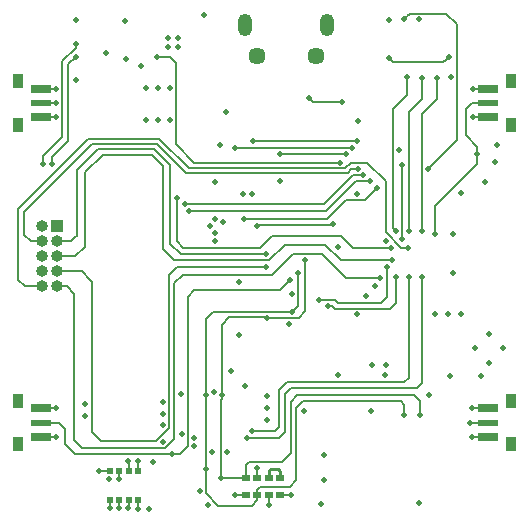
<source format=gbr>
G04 #@! TF.GenerationSoftware,KiCad,Pcbnew,5.0.2+dfsg1-1*
G04 #@! TF.CreationDate,2020-12-10T00:07:48-08:00*
G04 #@! TF.ProjectId,chronopy,6368726f-6e6f-4707-992e-6b696361645f,rev?*
G04 #@! TF.SameCoordinates,Original*
G04 #@! TF.FileFunction,Copper,L1,Top*
G04 #@! TF.FilePolarity,Positive*
%FSLAX46Y46*%
G04 Gerber Fmt 4.6, Leading zero omitted, Abs format (unit mm)*
G04 Created by KiCad (PCBNEW 5.0.2+dfsg1-1) date Thu 10 Dec 2020 12:07:48 AM PST*
%MOMM*%
%LPD*%
G01*
G04 APERTURE LIST*
G04 #@! TA.AperFunction,SMDPad,CuDef*
%ADD10R,1.800000X0.750000*%
G04 #@! TD*
G04 #@! TA.AperFunction,SMDPad,CuDef*
%ADD11R,0.900000X1.300000*%
G04 #@! TD*
G04 #@! TA.AperFunction,SMDPad,CuDef*
%ADD12R,1.800000X0.600000*%
G04 #@! TD*
G04 #@! TA.AperFunction,SMDPad,CuDef*
%ADD13R,0.718820X0.599440*%
G04 #@! TD*
G04 #@! TA.AperFunction,ComponentPad*
%ADD14R,1.000000X1.000000*%
G04 #@! TD*
G04 #@! TA.AperFunction,ComponentPad*
%ADD15O,1.000000X1.000000*%
G04 #@! TD*
G04 #@! TA.AperFunction,SMDPad,CuDef*
%ADD16R,0.500000X0.500000*%
G04 #@! TD*
G04 #@! TA.AperFunction,ComponentPad*
%ADD17C,1.450000*%
G04 #@! TD*
G04 #@! TA.AperFunction,ComponentPad*
%ADD18O,1.200000X1.900000*%
G04 #@! TD*
G04 #@! TA.AperFunction,ViaPad*
%ADD19C,0.508000*%
G04 #@! TD*
G04 #@! TA.AperFunction,Conductor*
%ADD20C,0.152400*%
G04 #@! TD*
G04 #@! TA.AperFunction,Conductor*
%ADD21C,0.254000*%
G04 #@! TD*
G04 APERTURE END LIST*
D10*
G04 #@! TO.P,SW1,1*
G04 #@! TO.N,GND*
X139137354Y-109907319D03*
X139137354Y-112357319D03*
D11*
G04 #@! TO.P,SW1,3*
G04 #@! TO.N,N/C*
X141087354Y-109282319D03*
D12*
G04 #@! TO.P,SW1,2*
G04 #@! TO.N,SW_A*
X139137354Y-111132319D03*
D11*
G04 #@! TO.P,SW1,3*
G04 #@! TO.N,N/C*
X141087354Y-112982319D03*
G04 #@! TD*
G04 #@! TO.P,SW3,3*
G04 #@! TO.N,N/C*
X99363354Y-82231319D03*
D12*
G04 #@! TO.P,SW3,2*
G04 #@! TO.N,SW_C*
X101313354Y-84081319D03*
D11*
G04 #@! TO.P,SW3,3*
G04 #@! TO.N,N/C*
X99363354Y-85931319D03*
D10*
G04 #@! TO.P,SW3,1*
G04 #@! TO.N,GND*
X101313354Y-82856319D03*
X101313354Y-85306319D03*
G04 #@! TD*
G04 #@! TO.P,SW2,1*
G04 #@! TO.N,GND*
X101313354Y-112357319D03*
X101313354Y-109907319D03*
D11*
G04 #@! TO.P,SW2,3*
G04 #@! TO.N,N/C*
X99363354Y-112982319D03*
D12*
G04 #@! TO.P,SW2,2*
G04 #@! TO.N,SW_B*
X101313354Y-111132319D03*
D11*
G04 #@! TO.P,SW2,3*
G04 #@! TO.N,N/C*
X99363354Y-109282319D03*
G04 #@! TD*
G04 #@! TO.P,SW4,3*
G04 #@! TO.N,N/C*
X141087354Y-85931319D03*
D12*
G04 #@! TO.P,SW4,2*
G04 #@! TO.N,SW_D*
X139137354Y-84081319D03*
D11*
G04 #@! TO.P,SW4,3*
G04 #@! TO.N,N/C*
X141087354Y-82231319D03*
D10*
G04 #@! TO.P,SW4,1*
G04 #@! TO.N,GND*
X139137354Y-85306319D03*
X139137354Y-82856319D03*
G04 #@! TD*
D13*
G04 #@! TO.P,U7,8*
G04 #@! TO.N,Net-(C13-Pad1)*
X118645920Y-117258700D03*
G04 #@! TO.P,U7,7*
G04 #@! TO.N,IIC_SCL*
X119616200Y-117258700D03*
G04 #@! TO.P,U7,6*
G04 #@! TO.N,GND*
X120581400Y-117258700D03*
G04 #@! TO.P,U7,5*
G04 #@! TO.N,+3V0*
X121551680Y-117258700D03*
G04 #@! TO.P,U7,4*
G04 #@! TO.N,Net-(U7-Pad3)*
X121551680Y-115861700D03*
G04 #@! TO.P,U7,3*
X120581400Y-115861700D03*
G04 #@! TO.P,U7,2*
G04 #@! TO.N,GES_INT*
X119616200Y-115861700D03*
G04 #@! TO.P,U7,1*
G04 #@! TO.N,IIC_SDA*
X118645920Y-115861700D03*
G04 #@! TD*
D14*
G04 #@! TO.P,J6,1*
G04 #@! TO.N,+3V0*
X102636553Y-94528720D03*
D15*
G04 #@! TO.P,J6,2*
G04 #@! TO.N,GND*
X101366553Y-94528720D03*
G04 #@! TO.P,J6,3*
G04 #@! TO.N,GPIO0_7*
X102636553Y-95798720D03*
G04 #@! TO.P,J6,4*
G04 #@! TO.N,GPIO0_15*
X101366553Y-95798720D03*
G04 #@! TO.P,J6,5*
G04 #@! TO.N,GPIO0_6*
X102636553Y-97068720D03*
G04 #@! TO.P,J6,6*
G04 #@! TO.N,GPIO0_19*
X101366553Y-97068720D03*
G04 #@! TO.P,J6,7*
G04 #@! TO.N,GPIO0_5*
X102636553Y-98338720D03*
G04 #@! TO.P,J6,8*
G04 #@! TO.N,GPIO0_21*
X101366553Y-98338720D03*
G04 #@! TO.P,J6,9*
G04 #@! TO.N,GPIO0_4*
X102636553Y-99608720D03*
G04 #@! TO.P,J6,10*
G04 #@! TO.N,GPIO0_24*
X101366553Y-99608720D03*
G04 #@! TD*
D16*
G04 #@! TO.P,U6,1*
G04 #@! TO.N,GND*
X107130435Y-115265873D03*
G04 #@! TO.P,U6,2*
G04 #@! TO.N,Net-(R15-Pad1)*
X107930435Y-115265873D03*
G04 #@! TO.P,U6,3*
G04 #@! TO.N,IIC_SDA*
X108730435Y-115265873D03*
G04 #@! TO.P,U6,4*
G04 #@! TO.N,IIC_SCL*
X109530435Y-115265873D03*
G04 #@! TO.P,U6,5*
G04 #@! TO.N,Net-(R16-Pad1)*
X109550435Y-117665873D03*
G04 #@! TO.P,U6,6*
G04 #@! TO.N,+3V0*
X108730435Y-117665873D03*
G04 #@! TO.P,U6,7*
G04 #@! TO.N,GND*
X107930435Y-117665873D03*
G04 #@! TO.P,U6,8*
G04 #@! TO.N,+3V0*
X107130435Y-117665873D03*
G04 #@! TD*
D17*
G04 #@! TO.P,J1,6*
G04 #@! TO.N,GND*
X119575000Y-80137500D03*
X124575000Y-80137500D03*
D18*
X118575000Y-77437500D03*
X125575000Y-77437500D03*
G04 #@! TD*
D19*
G04 #@! TO.N,+BATT*
X126825000Y-84000000D03*
X124025000Y-83675000D03*
G04 #@! TO.N,CHGSTAT*
X111132154Y-80196754D03*
X126642354Y-89126319D03*
G04 #@! TO.N,GND*
X129334994Y-106230000D03*
X130535000Y-106250000D03*
X115089035Y-76613273D03*
X138025000Y-104820000D03*
X140475000Y-104830000D03*
X139245000Y-103600000D03*
X139245000Y-106057400D03*
X110459035Y-118493673D03*
X117075000Y-113640000D03*
X115787600Y-113640000D03*
X114305000Y-113080000D03*
X114295000Y-112440000D03*
X111655000Y-109380000D03*
X111655000Y-110370000D03*
X111655000Y-111370000D03*
X111635000Y-112800000D03*
X124985000Y-118000000D03*
X125288400Y-116031400D03*
X125288400Y-113881400D03*
X106229035Y-115253673D03*
X136836954Y-91700000D03*
X136195000Y-95200000D03*
X136205000Y-98500000D03*
X136836954Y-101930000D03*
X135745000Y-101940000D03*
X134655000Y-101940000D03*
X129625000Y-99590000D03*
X130525000Y-95750000D03*
X128045000Y-91769800D03*
X116995000Y-84820000D03*
X112898800Y-79313400D03*
X112038800Y-79323400D03*
X112898800Y-78543400D03*
X112028800Y-78553400D03*
X112215000Y-85500000D03*
X111205000Y-85520000D03*
X110235000Y-85520000D03*
X118600000Y-108000000D03*
X128124998Y-85599998D03*
X118452354Y-91786319D03*
X116032354Y-95786319D03*
X116032354Y-90796319D03*
X119182354Y-91776319D03*
X115622354Y-94486319D03*
X116032354Y-95086319D03*
X118089964Y-99256319D03*
X118089964Y-103746319D03*
X122552352Y-100226319D03*
X107935354Y-118406319D03*
X120592354Y-118136319D03*
X133282354Y-117966319D03*
X135942354Y-107216319D03*
X131622354Y-88076319D03*
X128055000Y-101978929D03*
X105042354Y-110615319D03*
X116455000Y-87633709D03*
X114789744Y-116887477D03*
X106814154Y-79839519D03*
X108515954Y-80372919D03*
X104274154Y-82125519D03*
X104243380Y-77020129D03*
X102597754Y-109913119D03*
X102597754Y-112376919D03*
X102597754Y-85300519D03*
X102597754Y-82862119D03*
X137802154Y-109913119D03*
X137802154Y-112351519D03*
X133306354Y-76994719D03*
X137903764Y-82862119D03*
X137903764Y-85300519D03*
X139757954Y-89059719D03*
X108414344Y-77121719D03*
G04 #@! TO.N,SW_B*
X112425000Y-113810000D03*
X122422354Y-99066319D03*
G04 #@! TO.N,SW_A*
X137624354Y-111132319D03*
G04 #@! TO.N,+3V0*
X108719035Y-118393674D03*
X107119035Y-118403673D03*
X122505000Y-117240000D03*
X120462354Y-110876319D03*
X120462354Y-109876319D03*
X120472354Y-108876319D03*
X117432354Y-106776319D03*
X115982354Y-108546319D03*
X113272354Y-112066319D03*
X122322354Y-102776319D03*
X128832354Y-100426319D03*
X116032354Y-93886319D03*
X116712354Y-94186319D03*
X110242354Y-82786319D03*
X111242354Y-82786319D03*
X112242354Y-82786319D03*
X136072354Y-81916319D03*
X105042354Y-109605319D03*
X126422354Y-107066319D03*
X134182354Y-108816319D03*
X107035354Y-115926319D03*
X115472354Y-118156319D03*
X138602354Y-107216319D03*
X126452354Y-96286319D03*
X113202354Y-108746319D03*
X110780625Y-114501390D03*
X121546154Y-90710719D03*
X109811354Y-80931719D03*
X129216954Y-110192519D03*
X123603554Y-110192519D03*
X130461554Y-107093719D03*
X139910354Y-87637319D03*
X130766354Y-77045523D03*
X138894354Y-90736119D03*
G04 #@! TO.N,LCD_DC*
X130970000Y-96316400D03*
X112822354Y-92096319D03*
G04 #@! TO.N,LCD_CLK*
X126042400Y-94360600D03*
X119572354Y-94466741D03*
G04 #@! TO.N,LCD_MOSI*
X113469951Y-92654556D03*
X128592354Y-90186317D03*
G04 #@! TO.N,LCD_RST*
X113812331Y-93256319D03*
X129152354Y-90706319D03*
G04 #@! TO.N,LCD_CS*
X129725400Y-91287200D03*
X118542354Y-93916319D03*
G04 #@! TO.N,QSPI_CLK*
X133545000Y-81920000D03*
X132445000Y-94920000D03*
G04 #@! TO.N,QSPI_DIO0*
X132275000Y-81910000D03*
X131355000Y-94930000D03*
G04 #@! TO.N,~RESET*
X134125000Y-89680000D03*
X132061753Y-76994718D03*
G04 #@! TO.N,QSPI_DIO3*
X134815000Y-81920000D03*
X133555000Y-94920000D03*
G04 #@! TO.N,SWDIO*
X130766354Y-80271319D03*
X135846354Y-80144323D03*
G04 #@! TO.N,ACC_INT*
X132445000Y-98790000D03*
X119175000Y-111860000D03*
G04 #@! TO.N,GES_INT*
X119605000Y-115000000D03*
G04 #@! TO.N,ACC_AG_NT*
X118735000Y-112470000D03*
X133555000Y-98790000D03*
G04 #@! TO.N,IIC_SCL*
X132075000Y-110470000D03*
X115285000Y-108820000D03*
X122582344Y-101756319D03*
X123092354Y-98496319D03*
X115272354Y-115086319D03*
X104243398Y-80169719D03*
X102216754Y-89262919D03*
X109531954Y-114408919D03*
G04 #@! TO.N,IIC_SDA*
X116546700Y-115861700D03*
X133365000Y-110480000D03*
X116645000Y-108780000D03*
X120482356Y-102248919D03*
X123712354Y-97376319D03*
X104248457Y-79102919D03*
X101505554Y-89262919D03*
X108719154Y-114408919D03*
G04 #@! TO.N,Net-(C13-Pad1)*
X117745000Y-117260000D03*
G04 #@! TO.N,Net-(R16-Pad1)*
X109569035Y-118493673D03*
G04 #@! TO.N,Net-(R15-Pad1)*
X107929035Y-115923673D03*
G04 #@! TO.N,SW_C*
X127100000Y-88425000D03*
X121546154Y-88425000D03*
X102597754Y-84081319D03*
G04 #@! TO.N,SW_D*
X134703354Y-95130319D03*
X138259354Y-88399319D03*
G04 #@! TO.N,BATVSENSE*
X131900000Y-95575000D03*
X131882354Y-89286319D03*
G04 #@! TO.N,TS_INT*
X131352354Y-98796319D03*
X125602354Y-101246319D03*
G04 #@! TO.N,TS_RST*
X130592354Y-97946319D03*
X124892354Y-100756319D03*
G04 #@! TO.N,GPIO0_4*
X130002354Y-98886319D03*
G04 #@! TO.N,GPIO0_15*
X128124957Y-89703716D03*
G04 #@! TO.N,GPIO0_5*
X120334954Y-97966319D03*
G04 #@! TO.N,GPIO0_19*
X128082354Y-87316319D03*
X119262354Y-87316317D03*
G04 #@! TO.N,GPIO0_6*
X131002354Y-97396319D03*
G04 #@! TO.N,GPIO0_21*
X127622354Y-87906319D03*
X117742354Y-87916319D03*
G04 #@! TO.N,GPIO0_7*
X120334954Y-96866319D03*
G04 #@! TO.N,GPIO0_24*
X132382600Y-96316319D03*
G04 #@! TD*
D20*
G04 #@! TO.N,+BATT*
X126825000Y-84000000D02*
X124350000Y-84000000D01*
X124350000Y-84000000D02*
X124025000Y-83675000D01*
G04 #@! TO.N,CHGSTAT*
X114272354Y-89126319D02*
X126642354Y-89126319D01*
X111132154Y-80196754D02*
X112276789Y-80196754D01*
X112276789Y-80196754D02*
X112732354Y-80652319D01*
X112732354Y-80652319D02*
X112732354Y-87586319D01*
X112732354Y-87586319D02*
X114272354Y-89126319D01*
G04 #@! TO.N,GND*
X106241235Y-115265873D02*
X106229035Y-115253673D01*
X107130435Y-115265873D02*
X106241235Y-115265873D01*
X107930435Y-117665873D02*
X107930435Y-118401400D01*
X107930435Y-118401400D02*
X107935354Y-118406319D01*
X120581400Y-117258700D02*
X120581400Y-118125365D01*
X120581400Y-118125365D02*
X120592354Y-118136319D01*
X133290073Y-117958600D02*
X133282354Y-117966319D01*
X101313354Y-109907319D02*
X102591954Y-109907319D01*
X102591954Y-109907319D02*
X102597754Y-109913119D01*
X101313354Y-112357319D02*
X102578154Y-112357319D01*
X102578154Y-112357319D02*
X102597754Y-112376919D01*
X101313354Y-85306319D02*
X102591954Y-85306319D01*
X102591954Y-85306319D02*
X102597754Y-85300519D01*
X101313354Y-82856319D02*
X102591954Y-82856319D01*
X102591954Y-82856319D02*
X102597754Y-82862119D01*
X139137354Y-109907319D02*
X137807954Y-109907319D01*
X137807954Y-109907319D02*
X137802154Y-109913119D01*
X139137354Y-112357319D02*
X137807954Y-112357319D01*
X137807954Y-112357319D02*
X137802154Y-112351519D01*
X137909564Y-85306319D02*
X137903764Y-85300519D01*
X137909564Y-82856319D02*
X137903764Y-82862119D01*
X139137354Y-82856319D02*
X137909564Y-82856319D01*
X139137354Y-85306319D02*
X137909564Y-85306319D01*
G04 #@! TO.N,SW_B*
X112446600Y-113831600D02*
X112425000Y-113810000D01*
X112425000Y-113810000D02*
X104234035Y-113810000D01*
X104234035Y-113810000D02*
X103334354Y-112910319D01*
X103334354Y-112910319D02*
X103334354Y-111640319D01*
X102826354Y-111132319D02*
X101313354Y-111132319D01*
X103334354Y-111640319D02*
X102826354Y-111132319D01*
X122168355Y-99320318D02*
X122422354Y-99066319D01*
X113077273Y-113810000D02*
X113754955Y-113132318D01*
X112425000Y-113810000D02*
X113077273Y-113810000D01*
X113754955Y-100473718D02*
X114312354Y-99916319D01*
X113754955Y-113132318D02*
X113754955Y-100473718D01*
X114312354Y-99916319D02*
X121572354Y-99916319D01*
X121572354Y-99916319D02*
X122168355Y-99320318D01*
G04 #@! TO.N,SW_A*
X139137354Y-111132319D02*
X137624354Y-111132319D01*
G04 #@! TO.N,+3V0*
X108730435Y-118382274D02*
X108719035Y-118393674D01*
X108730435Y-117665873D02*
X108730435Y-118382274D01*
X107130435Y-118392273D02*
X107119035Y-118403673D01*
X107130435Y-117665873D02*
X107130435Y-118392273D01*
X122486300Y-117258700D02*
X122505000Y-117240000D01*
X121551680Y-117258700D02*
X122486300Y-117258700D01*
G04 #@! TO.N,LCD_DC*
X130610790Y-96316400D02*
X130970000Y-96316400D01*
X127692435Y-96316400D02*
X130610790Y-96316400D01*
X112822354Y-95756319D02*
X113382435Y-96316400D01*
X112822354Y-92096319D02*
X112822354Y-95756319D01*
X113382435Y-96316400D02*
X119842354Y-96316400D01*
X126684154Y-95308119D02*
X127692435Y-96316400D01*
X119842354Y-96316400D02*
X120850635Y-95308119D01*
X120850635Y-95308119D02*
X126684154Y-95308119D01*
G04 #@! TO.N,LCD_CLK*
X119598361Y-94440734D02*
X119572354Y-94466741D01*
X126042400Y-94360600D02*
X125962266Y-94440734D01*
X125962266Y-94440734D02*
X119598361Y-94440734D01*
G04 #@! TO.N,LCD_MOSI*
X125284117Y-92654556D02*
X127752356Y-90186317D01*
X113469951Y-92654556D02*
X125284117Y-92654556D01*
X127752356Y-90186317D02*
X128592354Y-90186317D01*
G04 #@! TO.N,LCD_RST*
X128002154Y-90706319D02*
X129152354Y-90706319D01*
X113812331Y-93256319D02*
X125452154Y-93256319D01*
X125452154Y-93256319D02*
X128002154Y-90706319D01*
G04 #@! TO.N,LCD_CS*
X118901564Y-93916319D02*
X118542354Y-93916319D01*
X127134154Y-92285519D02*
X125503354Y-93916319D01*
X129725400Y-91287200D02*
X128727081Y-92285519D01*
X125503354Y-93916319D02*
X118901564Y-93916319D01*
X128727081Y-92285519D02*
X127134154Y-92285519D01*
G04 #@! TO.N,QSPI_CLK*
X133545000Y-82279210D02*
X133545000Y-81920000D01*
X133545000Y-83730000D02*
X133545000Y-82279210D01*
X132445000Y-94920000D02*
X132445000Y-84830000D01*
X132445000Y-84830000D02*
X133545000Y-83730000D01*
G04 #@! TO.N,QSPI_DIO0*
X132264954Y-81920046D02*
X132275000Y-81910000D01*
X132264954Y-83420919D02*
X132264954Y-81920046D01*
X131101001Y-84584872D02*
X132264954Y-83420919D01*
X131355000Y-94930000D02*
X131101001Y-94676001D01*
X131101001Y-94676001D02*
X131101001Y-84584872D01*
G04 #@! TO.N,~RESET*
X134125000Y-89680000D02*
X134135681Y-89669319D01*
X132315752Y-76740719D02*
X132061753Y-76994718D01*
X132544352Y-76512119D02*
X132315752Y-76740719D01*
X135643154Y-76512119D02*
X132544352Y-76512119D01*
X136554955Y-77423920D02*
X135643154Y-76512119D01*
X134125000Y-89680000D02*
X136554955Y-87250045D01*
X136554955Y-87250045D02*
X136554955Y-77423920D01*
G04 #@! TO.N,QSPI_DIO3*
X134815000Y-82210000D02*
X134815000Y-81920000D01*
X133555000Y-94920000D02*
X133555000Y-84975673D01*
X134815000Y-83715673D02*
X134815000Y-82210000D01*
X133555000Y-84975673D02*
X134815000Y-83715673D01*
G04 #@! TO.N,SWDIO*
X135592355Y-80398322D02*
X135846354Y-80144323D01*
X135363758Y-80626919D02*
X135592355Y-80398322D01*
X130766354Y-80271319D02*
X131121954Y-80626919D01*
X131121954Y-80626919D02*
X135363758Y-80626919D01*
G04 #@! TO.N,ACC_INT*
X132445000Y-105800000D02*
X132445000Y-98790000D01*
X132445000Y-107353673D02*
X132445000Y-105800000D01*
X121148673Y-111860000D02*
X121495354Y-111513319D01*
X119175000Y-111860000D02*
X121148673Y-111860000D01*
X121495354Y-111513319D02*
X121495354Y-108363719D01*
X121495354Y-108363719D02*
X122132754Y-107726319D01*
X132072354Y-107726319D02*
X132445000Y-107353673D01*
X122132754Y-107726319D02*
X132072354Y-107726319D01*
G04 #@! TO.N,GES_INT*
X119616200Y-115011200D02*
X119605000Y-115000000D01*
X119616200Y-115861700D02*
X119616200Y-115011200D01*
G04 #@! TO.N,ACC_AG_NT*
X119094210Y-112470000D02*
X118735000Y-112470000D01*
X121453073Y-112470000D02*
X119094210Y-112470000D01*
X122506354Y-108216319D02*
X122003354Y-108719319D01*
X133555000Y-98790000D02*
X133555000Y-107803673D01*
X133142354Y-108216319D02*
X122506354Y-108216319D01*
X133555000Y-107803673D02*
X133142354Y-108216319D01*
X122003354Y-108719319D02*
X122003354Y-111919719D01*
X122003354Y-111919719D02*
X121453073Y-112470000D01*
G04 #@! TO.N,IIC_SCL*
X122582344Y-101756319D02*
X123092354Y-101246309D01*
X123092354Y-98855529D02*
X123092354Y-98496319D01*
X123092354Y-101246309D02*
X123092354Y-98855529D01*
X115285000Y-115073673D02*
X115272354Y-115086319D01*
X115285000Y-108820000D02*
X115285000Y-115073673D01*
X115272354Y-115445529D02*
X115272354Y-115086319D01*
X115272354Y-117136319D02*
X115272354Y-115445529D01*
X116316035Y-118180000D02*
X115272354Y-117136319D01*
X119616200Y-117258700D02*
X119616200Y-117710820D01*
X119147020Y-118180000D02*
X116316035Y-118180000D01*
X119616200Y-117710820D02*
X119147020Y-118180000D01*
X122223134Y-101756319D02*
X122582344Y-101756319D01*
X115882354Y-101756319D02*
X122223134Y-101756319D01*
X115285000Y-108820000D02*
X115285000Y-102353673D01*
X115285000Y-102353673D02*
X115882354Y-101756319D01*
X132075000Y-109640000D02*
X132075000Y-110470000D01*
X131771319Y-109336319D02*
X132075000Y-109640000D01*
X119616200Y-116806580D02*
X119862780Y-116560000D01*
X122943154Y-109887719D02*
X123494554Y-109336319D01*
X119616200Y-117258700D02*
X119616200Y-116806580D01*
X119862780Y-116560000D02*
X122392273Y-116560000D01*
X123494554Y-109336319D02*
X131771319Y-109336319D01*
X122392273Y-116560000D02*
X122943154Y-116009119D01*
X122943154Y-116009119D02*
X122943154Y-109887719D01*
X109530435Y-115265873D02*
X109530435Y-114410438D01*
X109530435Y-114410438D02*
X109531954Y-114408919D01*
X102216754Y-88653319D02*
X102216754Y-89262919D01*
X103613754Y-80804719D02*
X103613754Y-87256319D01*
X104243398Y-80169719D02*
X104243398Y-80175075D01*
X103613754Y-87256319D02*
X102216754Y-88653319D01*
X104243398Y-80175075D02*
X103613754Y-80804719D01*
G04 #@! TO.N,IIC_SDA*
X118645920Y-115861700D02*
X116546700Y-115861700D01*
X120482356Y-102248919D02*
X123179754Y-102248919D01*
X123179754Y-102248919D02*
X123712354Y-101716319D01*
X123712354Y-98176319D02*
X123712354Y-97376319D01*
X123712354Y-101716319D02*
X123712354Y-98176319D01*
X116546700Y-115502490D02*
X116546700Y-115861700D01*
X116546700Y-109237510D02*
X116546700Y-115502490D01*
X116645000Y-109139210D02*
X116546700Y-109237510D01*
X116645000Y-108780000D02*
X116645000Y-109139210D01*
X120459756Y-102226319D02*
X120482356Y-102248919D01*
X117252354Y-102226319D02*
X120459756Y-102226319D01*
X116645000Y-108780000D02*
X116645000Y-102833673D01*
X116645000Y-102833673D02*
X117252354Y-102226319D01*
X133365000Y-109308965D02*
X133365000Y-110480000D01*
X132876035Y-108820000D02*
X133365000Y-109308965D01*
X122994873Y-108820000D02*
X132876035Y-108820000D01*
X118645920Y-114769080D02*
X118965000Y-114450000D01*
X118965000Y-114450000D02*
X121759073Y-114450000D01*
X121759073Y-114450000D02*
X122460554Y-113748519D01*
X122460554Y-109354319D02*
X122994873Y-108820000D01*
X118645920Y-115861700D02*
X118645920Y-114769080D01*
X122460554Y-113748519D02*
X122460554Y-109354319D01*
X108730435Y-115265873D02*
X108730435Y-114420200D01*
X108730435Y-114420200D02*
X108719154Y-114408919D01*
X103080354Y-86976919D02*
X101505554Y-88551719D01*
X103080354Y-80550719D02*
X103080354Y-86976919D01*
X101505554Y-88551719D02*
X101505554Y-89262919D01*
X104248457Y-79102919D02*
X104248457Y-79382616D01*
X104248457Y-79382616D02*
X103080354Y-80550719D01*
G04 #@! TO.N,Net-(C13-Pad1)*
X117746300Y-117258700D02*
X117745000Y-117260000D01*
X118645920Y-117258700D02*
X117746300Y-117258700D01*
G04 #@! TO.N,Net-(R16-Pad1)*
X109550436Y-118475073D02*
X109569035Y-118493673D01*
X109550435Y-117665873D02*
X109550436Y-118475073D01*
G04 #@! TO.N,Net-(R15-Pad1)*
X107929035Y-115923673D02*
X107929035Y-115267273D01*
X107929035Y-115267273D02*
X107930436Y-115265873D01*
D21*
G04 #@! TO.N,Net-(U7-Pad3)*
X120581400Y-115233600D02*
X120715000Y-115100000D01*
X120581400Y-115861700D02*
X120581400Y-115233600D01*
X120715000Y-115100000D02*
X121415000Y-115100000D01*
X121415000Y-115100000D02*
X121551680Y-115236680D01*
X121551680Y-115236680D02*
X121551680Y-115861700D01*
D20*
G04 #@! TO.N,SW_C*
X127100000Y-88425000D02*
X121546154Y-88425000D01*
X102597754Y-84081319D02*
X101313354Y-84081319D01*
G04 #@! TO.N,SW_D*
X134703354Y-95130319D02*
X134703354Y-92818919D01*
X138259354Y-89262919D02*
X138259354Y-88399319D01*
X134703354Y-92818919D02*
X138259354Y-89262919D01*
X137776754Y-84081319D02*
X139137354Y-84081319D01*
X137294154Y-86824519D02*
X137294154Y-84563919D01*
X137294154Y-84563919D02*
X137776754Y-84081319D01*
X138259354Y-88399319D02*
X138259354Y-87789719D01*
X138259354Y-87789719D02*
X137294154Y-86824519D01*
G04 #@! TO.N,BATVSENSE*
X131900000Y-95575000D02*
X131900000Y-89303965D01*
X131900000Y-89303965D02*
X131882354Y-89286319D01*
G04 #@! TO.N,TS_INT*
X131352354Y-101046719D02*
X131352354Y-98796319D01*
X130902754Y-101496319D02*
X131352354Y-101046719D01*
X126211564Y-101496319D02*
X130902754Y-101496319D01*
X125602354Y-101246319D02*
X125961564Y-101246319D01*
X125961564Y-101246319D02*
X126211564Y-101496319D01*
G04 #@! TO.N,TS_RST*
X130122754Y-101006319D02*
X130592354Y-100536719D01*
X126482354Y-101006319D02*
X130122754Y-101006319D01*
X124892354Y-100756319D02*
X126232354Y-100756319D01*
X130592354Y-100536719D02*
X130592354Y-97946319D01*
X126232354Y-100756319D02*
X126482354Y-101006319D01*
G04 #@! TO.N,GPIO0_4*
X127102354Y-98886319D02*
X130002354Y-98886319D01*
X125092354Y-96876319D02*
X127102354Y-98886319D01*
X113322354Y-98636319D02*
X120902354Y-98636319D01*
X112612354Y-99346319D02*
X113322354Y-98636319D01*
X112612354Y-112522319D02*
X112612354Y-99346319D01*
X104142354Y-100230919D02*
X104142354Y-112606319D01*
X111843354Y-113291319D02*
X112612354Y-112522319D01*
X120902354Y-98636319D02*
X122662354Y-96876319D01*
X103520155Y-99608720D02*
X104142354Y-100230919D01*
X104142354Y-112606319D02*
X104827354Y-113291319D01*
X122662354Y-96876319D02*
X125092354Y-96876319D01*
X102636553Y-99608720D02*
X103520155Y-99608720D01*
X104827354Y-113291319D02*
X111843354Y-113291319D01*
G04 #@! TO.N,GPIO0_15*
X127604957Y-89703716D02*
X128124957Y-89703716D01*
X113606766Y-90036319D02*
X127272354Y-90036319D01*
X127272354Y-90036319D02*
X127604957Y-89703716D01*
X111106166Y-87535719D02*
X113606766Y-90036319D01*
X101366553Y-95798720D02*
X100466555Y-95798720D01*
X105645754Y-87535719D02*
X111106166Y-87535719D01*
X99901554Y-93279919D02*
X105645754Y-87535719D01*
X100466555Y-95798720D02*
X99901554Y-95233719D01*
X99901554Y-95233719D02*
X99901554Y-93279919D01*
G04 #@! TO.N,GPIO0_5*
X104776555Y-98338720D02*
X105591554Y-99153719D01*
X102636553Y-98338720D02*
X104776555Y-98338720D01*
X119975744Y-97966319D02*
X120334954Y-97966319D01*
X112137601Y-98681072D02*
X112862354Y-97956319D01*
X105642354Y-111896319D02*
X106402354Y-112656319D01*
X105591554Y-99153719D02*
X105642354Y-99204519D01*
X106402354Y-112656319D02*
X111082931Y-112656319D01*
X111082931Y-112656319D02*
X112137601Y-111601649D01*
X119965744Y-97956319D02*
X119975744Y-97966319D01*
X112862354Y-97956319D02*
X119965744Y-97956319D01*
X105642354Y-99204519D02*
X105642354Y-111896319D01*
X112137601Y-111601649D02*
X112137601Y-98681072D01*
G04 #@! TO.N,GPIO0_19*
X128082354Y-87316319D02*
X119262356Y-87316319D01*
X119262356Y-87316319D02*
X119262354Y-87316317D01*
G04 #@! TO.N,GPIO0_6*
X130072354Y-97396319D02*
X131002354Y-97396319D01*
X126702354Y-97396319D02*
X130072354Y-97396319D01*
X125376154Y-96070119D02*
X126702354Y-97396319D01*
X121938554Y-96070119D02*
X125376154Y-96070119D01*
X112592354Y-97396319D02*
X120612354Y-97396319D01*
X111672354Y-89447519D02*
X111672354Y-96476319D01*
X104236553Y-97068720D02*
X105032354Y-96272919D01*
X106534754Y-88450119D02*
X110674954Y-88450119D01*
X102636553Y-97068720D02*
X104236553Y-97068720D01*
X111672354Y-96476319D02*
X112592354Y-97396319D01*
X105032354Y-96272919D02*
X105032354Y-89952519D01*
X120612354Y-97396319D02*
X121938554Y-96070119D01*
X110674954Y-88450119D02*
X111672354Y-89447519D01*
X105032354Y-89952519D02*
X106534754Y-88450119D01*
G04 #@! TO.N,GPIO0_21*
X117752354Y-87906319D02*
X117742354Y-87916319D01*
X127622354Y-87906319D02*
X117752354Y-87906319D01*
G04 #@! TO.N,GPIO0_7*
X103876553Y-95798720D02*
X102636553Y-95798720D01*
X104301554Y-95373719D02*
X103876553Y-95798720D01*
X104352354Y-95322919D02*
X104301554Y-95373719D01*
X104352354Y-89736319D02*
X104352354Y-95322919D01*
X113152354Y-96866319D02*
X112262354Y-95976319D01*
X112262354Y-95976319D02*
X112262354Y-89351719D01*
X106121154Y-87967519D02*
X104352354Y-89736319D01*
X112262354Y-89351719D02*
X110878154Y-87967519D01*
X120334954Y-96866319D02*
X113152354Y-96866319D01*
X110878154Y-87967519D02*
X106121154Y-87967519D01*
G04 #@! TO.N,GPIO0_24*
X132382600Y-96316319D02*
X131805569Y-96316319D01*
X111339954Y-87103919D02*
X105290154Y-87103919D01*
X131805569Y-96316319D02*
X130522354Y-95033104D01*
X127089753Y-89608920D02*
X113844955Y-89608920D01*
X127562754Y-89135919D02*
X127089753Y-89608920D01*
X99933754Y-99603719D02*
X101361552Y-99603719D01*
X99372354Y-99042319D02*
X99933754Y-99603719D01*
X130522354Y-95033104D02*
X130522354Y-90716319D01*
X130522354Y-90716319D02*
X128941954Y-89135919D01*
X128941954Y-89135919D02*
X127562754Y-89135919D01*
X113844955Y-89608920D02*
X111339954Y-87103919D01*
X105290154Y-87103919D02*
X99372354Y-93021719D01*
X99372354Y-93021719D02*
X99372354Y-99042319D01*
X101361552Y-99603719D02*
X101366553Y-99608720D01*
G04 #@! TD*
M02*

</source>
